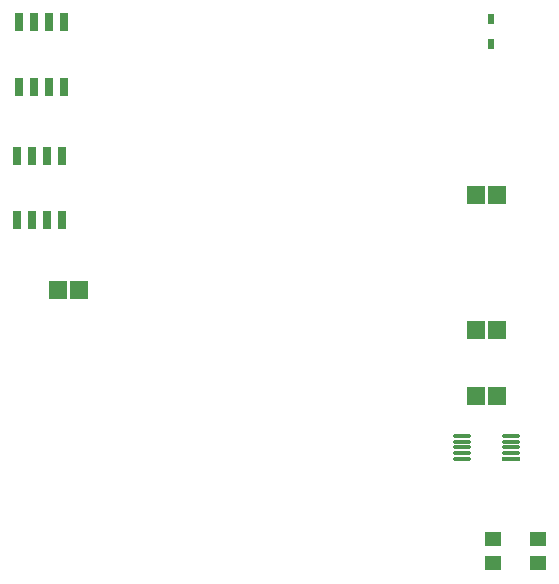
<source format=gbr>
%FSTAX23Y23*%
%MOMM*%
%SFA1B1*%

%IPPOS*%
%AMD15*
4,1,8,-0.601980,-0.175260,0.601980,-0.175260,0.777240,0.000000,0.777240,0.000000,0.601980,0.175260,-0.601980,0.175260,-0.777240,0.000000,-0.777240,0.000000,-0.601980,-0.175260,0.0*
1,1,0.350000,-0.601980,0.000000*
1,1,0.350000,0.601980,0.000000*
1,1,0.350000,0.601980,0.000000*
1,1,0.350000,-0.601980,0.000000*
%
%ADD11R,0.539999X0.859998*%
%ADD12R,0.649999X1.524997*%
%ADD13R,1.449997X1.199998*%
%ADD14R,1.556497X0.349999*%
G04~CAMADD=15~8~0.0~0.0~612.8~137.8~68.9~0.0~15~0.0~0.0~0.0~0.0~0~0.0~0.0~0.0~0.0~0~0.0~0.0~0.0~180.0~612.0~137.0*
%ADD15D15*%
%ADD16R,1.499997X1.549997*%
%LNecu_freio_2024_equipe_imperador_paste_top-1*%
%LPD*%
G54D11*
X112649Y102362D03*
Y104501D03*
G54D12*
X76454Y104185D03*
X75184D03*
X73914D03*
X72644D03*
Y9876D03*
X73914D03*
X75184D03*
X76454D03*
X72517Y87457D03*
X73787D03*
X75057D03*
X76327D03*
Y92882D03*
X75057D03*
X73787D03*
X72517D03*
G54D13*
X116586Y60419D03*
Y5842D03*
X112776Y58435D03*
Y60435D03*
G54D14*
X114368Y67198D03*
G54D15*
X114368Y67698D03*
Y68199D03*
Y68698D03*
Y69198D03*
X110167D03*
Y68698D03*
Y68199D03*
Y67698D03*
Y67198D03*
G54D16*
X113157Y78105D03*
X111356D03*
X77734Y81534D03*
X75935D03*
X111367Y89535D03*
X113167D03*
Y72517D03*
X111367D03*
M02*
</source>
